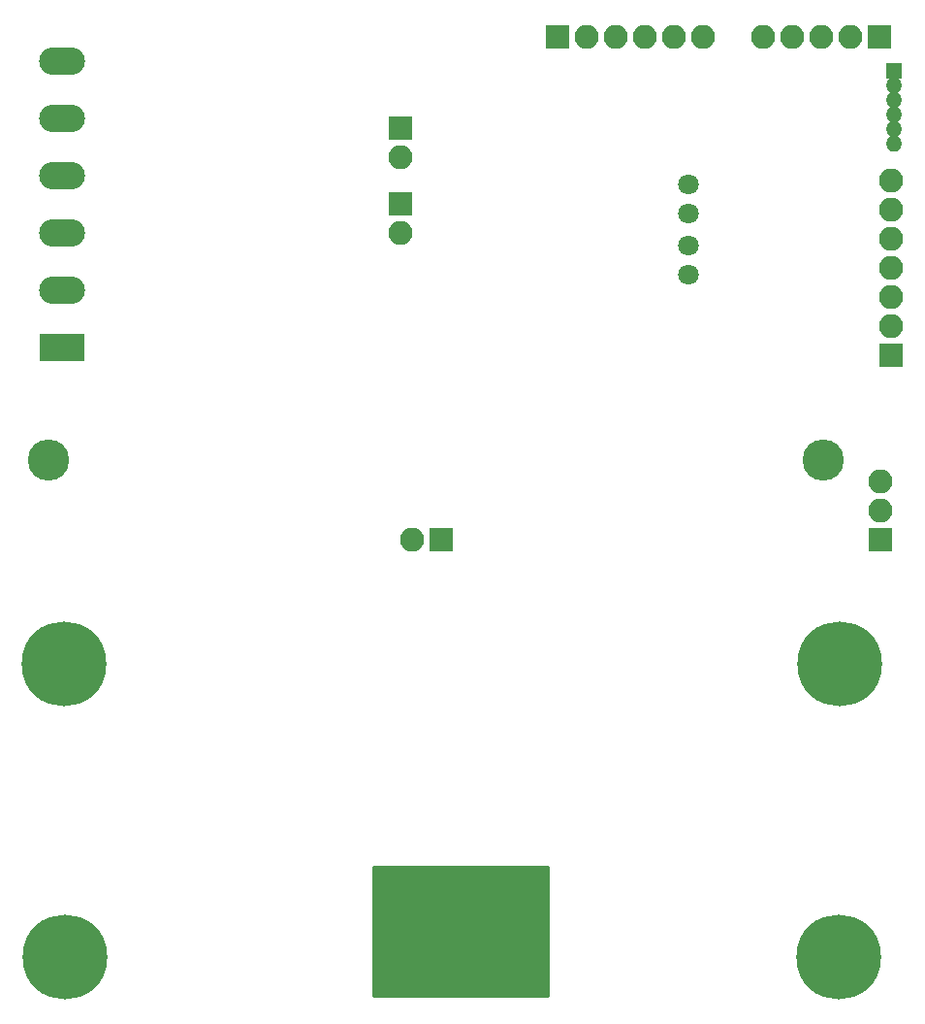
<source format=gbs>
G04 #@! TF.FileFunction,Soldermask,Bot*
%FSLAX46Y46*%
G04 Gerber Fmt 4.6, Leading zero omitted, Abs format (unit mm)*
G04 Created by KiCad (PCBNEW 4.0.7) date 01/18/18 16:43:29*
%MOMM*%
%LPD*%
G01*
G04 APERTURE LIST*
%ADD10C,0.100000*%
%ADD11C,3.600000*%
%ADD12R,2.100000X2.100000*%
%ADD13O,2.100000X2.100000*%
%ADD14C,1.800000*%
%ADD15C,7.400000*%
%ADD16C,1.200000*%
%ADD17R,1.400000X1.400000*%
%ADD18O,1.400000X1.400000*%
%ADD19R,4.000000X2.400000*%
%ADD20O,4.000000X2.400000*%
%ADD21C,0.254000*%
G04 APERTURE END LIST*
D10*
D11*
X185600000Y-86600000D03*
D12*
X152240000Y-93550000D03*
D13*
X149700000Y-93550000D03*
D14*
X173901000Y-67900500D03*
X173901000Y-70440500D03*
D12*
X148755000Y-57677000D03*
D13*
X148755000Y-60217000D03*
D12*
X148755000Y-64281000D03*
D13*
X148755000Y-66821000D03*
D12*
X190600000Y-93600000D03*
D13*
X190600000Y-91060000D03*
X190600000Y-88520000D03*
D15*
X119428845Y-130000000D03*
D16*
X122053845Y-130000000D03*
X121285000Y-131856155D03*
X119428845Y-132625000D03*
X117572690Y-131856155D03*
X116803845Y-130000000D03*
X117572690Y-128143845D03*
X119428845Y-127375000D03*
X121285000Y-128143845D03*
D15*
X187000000Y-130000000D03*
D16*
X189625000Y-130000000D03*
X188856155Y-131856155D03*
X187000000Y-132625000D03*
X185143845Y-131856155D03*
X184375000Y-130000000D03*
X185143845Y-128143845D03*
X187000000Y-127375000D03*
X188856155Y-128143845D03*
D12*
X162400000Y-49700000D03*
D13*
X164940000Y-49700000D03*
X167480000Y-49700000D03*
X170020000Y-49700000D03*
X172560000Y-49700000D03*
X175100000Y-49700000D03*
D17*
X191808000Y-52724000D03*
D18*
X191808000Y-53994000D03*
X191808000Y-55264000D03*
X191808000Y-56534000D03*
X191808000Y-57804000D03*
X191808000Y-59074000D03*
D19*
X119164000Y-76835000D03*
D20*
X119164000Y-71835000D03*
X119164000Y-66835000D03*
X119164000Y-61835000D03*
X119164000Y-56835000D03*
X119164000Y-51835000D03*
D15*
X119375000Y-104410000D03*
D16*
X122000000Y-104410000D03*
X121231155Y-106266155D03*
X119375000Y-107035000D03*
X117518845Y-106266155D03*
X116750000Y-104410000D03*
X117518845Y-102553845D03*
X119375000Y-101785000D03*
X121231155Y-102553845D03*
D15*
X187113000Y-104410000D03*
D16*
X189738000Y-104410000D03*
X188969155Y-106266155D03*
X187113000Y-107035000D03*
X185256845Y-106266155D03*
X184488000Y-104410000D03*
X185256845Y-102553845D03*
X187113000Y-101785000D03*
X188969155Y-102553845D03*
D12*
X190580000Y-49700000D03*
D13*
X188040000Y-49700000D03*
X185500000Y-49700000D03*
X182960000Y-49700000D03*
X180420000Y-49700000D03*
D12*
X191600000Y-77500000D03*
D13*
X191600000Y-74960000D03*
X191600000Y-72420000D03*
X191600000Y-69880000D03*
X191600000Y-67340000D03*
X191600000Y-64800000D03*
X191600000Y-62260000D03*
D14*
X173837500Y-62630000D03*
X173837500Y-65170000D03*
D11*
X118000000Y-86600000D03*
D21*
G36*
X161623000Y-133373000D02*
X146377000Y-133373000D01*
X146377000Y-122127000D01*
X161623000Y-122127000D01*
X161623000Y-133373000D01*
X161623000Y-133373000D01*
G37*
X161623000Y-133373000D02*
X146377000Y-133373000D01*
X146377000Y-122127000D01*
X161623000Y-122127000D01*
X161623000Y-133373000D01*
M02*

</source>
